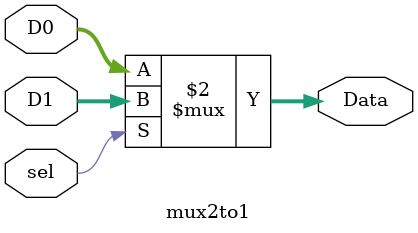
<source format=v>
`timescale 1ns / 1ps


module mux2to1(
    output reg[31:0] Data,
    input [31:0] D0, D1,
    input sel
    );
    always@(sel)
    Data = sel ? D1 : D0;
endmodule

</source>
